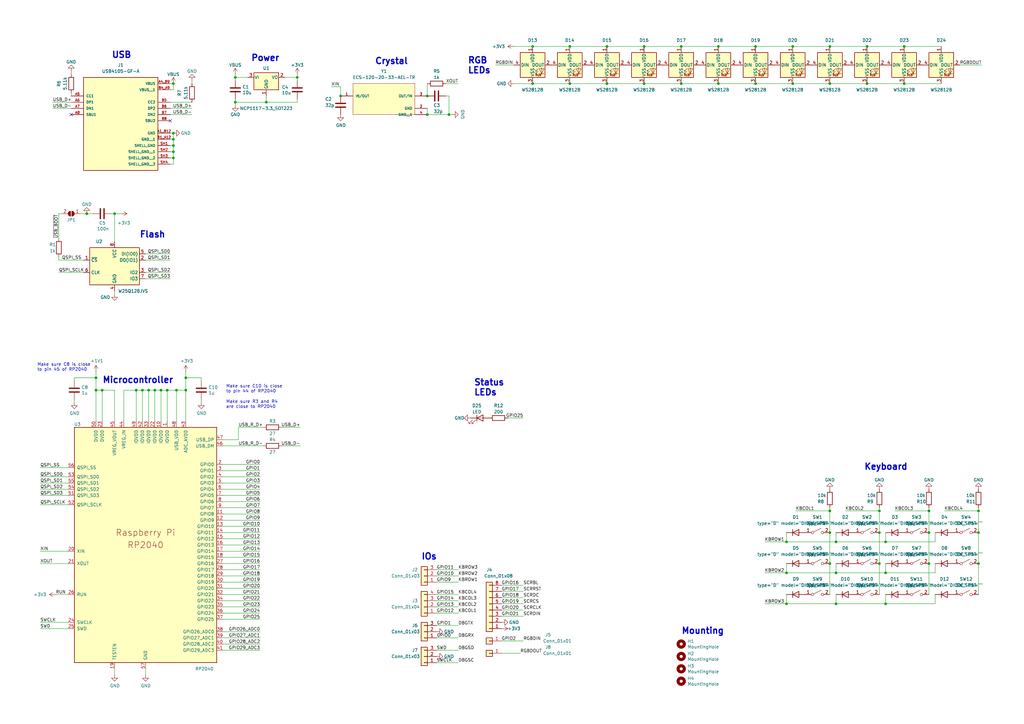
<source format=kicad_sch>
(kicad_sch (version 20211123) (generator eeschema)
  (paper "A3")
  (title_block (title "JukeBoxV5") (date "2023-12-25") (rev "REV1") (company "Friend Team Inc."))
  (junction (at 96.52 31.75))
  (junction (at 175.26 39.37))
  (junction (at 109.22 41.91))
  (junction (at 60.96 160.02))
  (junction (at 63.5 160.02))
  (junction (at 360.68 218.44))
  (junction (at 322.58 222.25))
  (junction (at 355.6 34.29))
  (junction (at 39.37 154.94))
  (junction (at 35.56 87.63))
  (junction (at 72.39 160.02))
  (junction (at 71.12 34.29))
  (junction (at 355.6 19.05))
  (junction (at 363.22 222.25))
  (junction (at 340.36 209.55))
  (junction (at 248.92 19.05))
  (junction (at 175.26 46.99))
  (junction (at 71.12 64.77))
  (junction (at 381 218.44))
  (junction (at 264.16 34.29))
  (junction (at 218.44 34.29))
  (junction (at 139.7 39.37))
  (junction (at 248.92 34.29))
  (junction (at 233.68 34.29))
  (junction (at 58.42 160.02))
  (junction (at 121.92 31.75))
  (junction (at 71.12 54.61))
  (junction (at 71.12 59.69))
  (junction (at 363.22 234.95))
  (junction (at 363.22 247.65))
  (junction (at 322.58 247.65))
  (junction (at 342.9 234.95))
  (junction (at 381 231.14))
  (junction (at 39.37 160.02))
  (junction (at 401.32 231.14))
  (junction (at 325.12 19.05))
  (junction (at 340.36 231.14))
  (junction (at 370.84 34.29))
  (junction (at 340.36 34.29))
  (junction (at 71.12 57.15))
  (junction (at 309.88 19.05))
  (junction (at 55.88 160.02))
  (junction (at 325.12 34.29))
  (junction (at 68.58 160.02))
  (junction (at 71.12 62.23))
  (junction (at 233.68 19.05))
  (junction (at 294.64 34.29))
  (junction (at 66.04 160.02))
  (junction (at 46.99 87.63))
  (junction (at 96.52 41.91))
  (junction (at 218.44 19.05))
  (junction (at 184.15 46.99))
  (junction (at 360.68 231.14))
  (junction (at 342.9 247.65))
  (junction (at 279.4 19.05))
  (junction (at 294.64 19.05))
  (junction (at 342.9 222.25))
  (junction (at 76.2 154.94))
  (junction (at 41.91 160.02))
  (junction (at 401.32 209.55))
  (junction (at 370.84 19.05))
  (junction (at 309.88 34.29))
  (junction (at 360.68 209.55))
  (junction (at 340.36 218.44))
  (junction (at 340.36 19.05))
  (junction (at 279.4 34.29))
  (junction (at 322.58 234.95))
  (junction (at 76.2 160.02))
  (junction (at 381 209.55))
  (junction (at 264.16 19.05))
  (junction (at 401.32 218.44))
  (no_connect (at 29.21 46.99))
  (no_connect (at 69.85 49.53))
  (wire (pts (xy 33.02 87.63) (xy 35.56 87.63)))
  (wire (pts (xy 91.44 198.12) (xy 106.68 198.12)))
  (wire (pts (xy 340.36 209.55) (xy 340.36 218.44)))
  (wire (pts (xy 96.52 33.02) (xy 96.52 31.75)))
  (wire (pts (xy 66.04 172.72) (xy 66.04 160.02)))
  (wire (pts (xy 383.54 231.14) (xy 383.54 234.95)))
  (wire (pts (xy 46.99 160.02) (xy 41.91 160.02)))
  (wire (pts (xy 41.91 172.72) (xy 41.91 160.02)))
  (wire (pts (xy 91.44 233.68) (xy 106.68 233.68)))
  (wire (pts (xy 91.44 246.38) (xy 106.68 246.38)))
  (wire (pts (xy 39.37 154.94) (xy 39.37 160.02)))
  (wire (pts (xy 184.15 46.99) (xy 185.42 46.99)))
  (wire (pts (xy 91.44 254) (xy 106.68 254)))
  (wire (pts (xy 24.13 87.63) (xy 24.13 97.79)))
  (wire (pts (xy 179.07 261.62) (xy 187.96 261.62)))
  (wire (pts (xy 78.74 34.29) (xy 78.74 33.02)))
  (wire (pts (xy 96.52 40.64) (xy 96.52 41.91)))
  (wire (pts (xy 264.16 34.29) (xy 279.4 34.29)))
  (wire (pts (xy 16.51 198.12) (xy 27.94 198.12)))
  (wire (pts (xy 115.57 182.88) (xy 123.19 182.88)))
  (wire (pts (xy 309.88 19.05) (xy 325.12 19.05)))
  (wire (pts (xy 342.9 222.25) (xy 363.22 222.25)))
  (wire (pts (xy 46.99 87.63) (xy 46.99 99.06)))
  (wire (pts (xy 21.59 41.91) (xy 29.21 41.91)))
  (wire (pts (xy 59.69 274.32) (xy 59.69 276.86)))
  (wire (pts (xy 360.68 208.28) (xy 360.68 209.55)))
  (wire (pts (xy 27.94 231.14) (xy 16.51 231.14)))
  (wire (pts (xy 322.58 231.14) (xy 322.58 234.95)))
  (wire (pts (xy 401.32 208.28) (xy 401.32 209.55)))
  (wire (pts (xy 175.26 46.99) (xy 184.15 46.99)))
  (wire (pts (xy 58.42 160.02) (xy 60.96 160.02)))
  (wire (pts (xy 91.44 182.88) (xy 107.95 182.88)))
  (wire (pts (xy 91.44 261.62) (xy 106.68 261.62)))
  (wire (pts (xy 91.44 264.16) (xy 106.68 264.16)))
  (wire (pts (xy 360.68 209.55) (xy 360.68 218.44)))
  (wire (pts (xy 179.07 238.76) (xy 187.96 238.76)))
  (wire (pts (xy 71.12 57.15) (xy 71.12 59.69)))
  (wire (pts (xy 68.58 160.02) (xy 72.39 160.02)))
  (wire (pts (xy 91.44 236.22) (xy 106.68 236.22)))
  (wire (pts (xy 55.88 172.72) (xy 55.88 160.02)))
  (wire (pts (xy 24.13 105.41) (xy 24.13 106.68)))
  (wire (pts (xy 30.48 163.83) (xy 30.48 165.1)))
  (wire (pts (xy 360.68 231.14) (xy 360.68 243.84)))
  (wire (pts (xy 16.51 203.2) (xy 27.94 203.2)))
  (wire (pts (xy 27.94 207.01) (xy 16.51 207.01)))
  (wire (pts (xy 367.03 209.55) (xy 381 209.55)))
  (wire (pts (xy 91.44 228.6) (xy 106.68 228.6)))
  (wire (pts (xy 91.44 200.66) (xy 106.68 200.66)))
  (wire (pts (xy 381 231.14) (xy 381 243.84)))
  (wire (pts (xy 63.5 172.72) (xy 63.5 160.02)))
  (wire (pts (xy 233.68 19.05) (xy 248.92 19.05)))
  (wire (pts (xy 38.1 87.63) (xy 35.56 87.63)))
  (wire (pts (xy 71.12 36.83) (xy 71.12 34.29)))
  (wire (pts (xy 82.55 163.83) (xy 82.55 165.1)))
  (wire (pts (xy 342.9 218.44) (xy 342.9 222.25)))
  (wire (pts (xy 218.44 19.05) (xy 233.68 19.05)))
  (wire (pts (xy 322.58 218.44) (xy 322.58 222.25)))
  (wire (pts (xy 370.84 19.05) (xy 386.08 19.05)))
  (wire (pts (xy 205.74 245.11) (xy 214.63 245.11)))
  (wire (pts (xy 71.12 34.29) (xy 69.85 34.29)))
  (wire (pts (xy 325.12 19.05) (xy 340.36 19.05)))
  (wire (pts (xy 179.07 251.46) (xy 187.96 251.46)))
  (wire (pts (xy 72.39 172.72) (xy 72.39 160.02)))
  (wire (pts (xy 27.94 255.27) (xy 16.51 255.27)))
  (wire (pts (xy 39.37 160.02) (xy 39.37 172.72)))
  (wire (pts (xy 59.69 106.68) (xy 69.85 106.68)))
  (wire (pts (xy 387.35 209.55) (xy 401.32 209.55)))
  (wire (pts (xy 24.13 111.76) (xy 34.29 111.76)))
  (wire (pts (xy 39.37 152.4) (xy 39.37 154.94)))
  (wire (pts (xy 342.9 234.95) (xy 363.22 234.95)))
  (wire (pts (xy 46.99 172.72) (xy 46.99 160.02)))
  (wire (pts (xy 91.44 208.28) (xy 106.68 208.28)))
  (wire (pts (xy 59.69 104.14) (xy 69.85 104.14)))
  (wire (pts (xy 91.44 205.74) (xy 106.68 205.74)))
  (wire (pts (xy 71.12 59.69) (xy 71.12 62.23)))
  (wire (pts (xy 91.44 259.08) (xy 106.68 259.08)))
  (wire (pts (xy 279.4 19.05) (xy 294.64 19.05)))
  (wire (pts (xy 27.94 243.84) (xy 22.86 243.84)))
  (wire (pts (xy 101.6 31.75) (xy 96.52 31.75)))
  (wire (pts (xy 91.44 190.5) (xy 106.68 190.5)))
  (wire (pts (xy 59.69 111.76) (xy 69.85 111.76)))
  (wire (pts (xy 109.22 41.91) (xy 96.52 41.91)))
  (wire (pts (xy 91.44 231.14) (xy 106.68 231.14)))
  (wire (pts (xy 340.36 231.14) (xy 340.36 243.84)))
  (wire (pts (xy 59.69 114.3) (xy 69.85 114.3)))
  (wire (pts (xy 342.9 243.84) (xy 342.9 247.65)))
  (wire (pts (xy 179.07 256.54) (xy 187.96 256.54)))
  (wire (pts (xy 346.71 209.55) (xy 360.68 209.55)))
  (wire (pts (xy 135.89 35.56) (xy 139.7 35.56)))
  (wire (pts (xy 179.07 236.22) (xy 187.96 236.22)))
  (wire (pts (xy 322.58 234.95) (xy 342.9 234.95)))
  (wire (pts (xy 91.44 215.9) (xy 106.68 215.9)))
  (wire (pts (xy 50.8 172.72) (xy 50.8 160.02)))
  (wire (pts (xy 91.44 248.92) (xy 106.68 248.92)))
  (wire (pts (xy 248.92 34.29) (xy 264.16 34.29)))
  (wire (pts (xy 63.5 160.02) (xy 66.04 160.02)))
  (wire (pts (xy 175.26 34.29) (xy 175.26 39.37)))
  (wire (pts (xy 208.28 171.45) (xy 214.63 171.45)))
  (wire (pts (xy 91.44 210.82) (xy 106.68 210.82)))
  (wire (pts (xy 279.4 34.29) (xy 294.64 34.29)))
  (wire (pts (xy 363.22 222.25) (xy 383.54 222.25)))
  (wire (pts (xy 175.26 44.45) (xy 175.26 46.99)))
  (wire (pts (xy 58.42 172.72) (xy 58.42 160.02)))
  (wire (pts (xy 401.32 209.55) (xy 401.32 218.44)))
  (wire (pts (xy 69.85 46.99) (xy 78.74 46.99)))
  (wire (pts (xy 363.22 243.84) (xy 363.22 247.65)))
  (wire (pts (xy 179.07 266.7) (xy 187.96 266.7)))
  (wire (pts (xy 363.22 247.65) (xy 383.54 247.65)))
  (wire (pts (xy 91.44 218.44) (xy 106.68 218.44)))
  (wire (pts (xy 55.88 160.02) (xy 58.42 160.02)))
  (wire (pts (xy 69.85 44.45) (xy 78.74 44.45)))
  (wire (pts (xy 91.44 220.98) (xy 106.68 220.98)))
  (wire (pts (xy 69.85 62.23) (xy 71.12 62.23)))
  (wire (pts (xy 97.79 175.26) (xy 97.79 180.34)))
  (wire (pts (xy 322.58 243.84) (xy 322.58 247.65)))
  (wire (pts (xy 91.44 238.76) (xy 106.68 238.76)))
  (wire (pts (xy 16.51 195.58) (xy 27.94 195.58)))
  (wire (pts (xy 233.68 34.29) (xy 248.92 34.29)))
  (wire (pts (xy 34.29 106.68) (xy 24.13 106.68)))
  (wire (pts (xy 205.74 242.57) (xy 214.63 242.57)))
  (wire (pts (xy 116.84 31.75) (xy 121.92 31.75)))
  (wire (pts (xy 309.88 34.29) (xy 325.12 34.29)))
  (wire (pts (xy 97.79 175.26) (xy 107.95 175.26)))
  (wire (pts (xy 27.94 191.77) (xy 16.51 191.77)))
  (wire (pts (xy 96.52 30.48) (xy 96.52 31.75)))
  (wire (pts (xy 115.57 175.26) (xy 123.19 175.26)))
  (wire (pts (xy 91.44 213.36) (xy 106.68 213.36)))
  (wire (pts (xy 322.58 247.65) (xy 342.9 247.65)))
  (wire (pts (xy 71.12 67.31) (xy 69.85 67.31)))
  (wire (pts (xy 322.58 222.25) (xy 342.9 222.25)))
  (wire (pts (xy 91.44 243.84) (xy 106.68 243.84)))
  (wire (pts (xy 355.6 19.05) (xy 370.84 19.05)))
  (wire (pts (xy 121.92 31.75) (xy 121.92 33.02)))
  (wire (pts (xy 66.04 160.02) (xy 68.58 160.02)))
  (wire (pts (xy 363.22 231.14) (xy 363.22 234.95)))
  (wire (pts (xy 60.96 172.72) (xy 60.96 160.02)))
  (wire (pts (xy 401.32 218.44) (xy 401.32 231.14)))
  (wire (pts (xy 383.54 218.44) (xy 383.54 222.25)))
  (wire (pts (xy 69.85 41.91) (xy 78.74 41.91)))
  (wire (pts (xy 71.12 54.61) (xy 71.12 57.15)))
  (wire (pts (xy 121.92 40.64) (xy 121.92 41.91)))
  (wire (pts (xy 393.7 26.67) (xy 402.59 26.67)))
  (wire (pts (xy 205.74 250.19) (xy 214.63 250.19)))
  (wire (pts (xy 340.36 19.05) (xy 355.6 19.05)))
  (wire (pts (xy 179.07 233.68) (xy 187.96 233.68)))
  (wire (pts (xy 29.21 29.21) (xy 29.21 30.48)))
  (wire (pts (xy 76.2 154.94) (xy 82.55 154.94)))
  (wire (pts (xy 203.2 26.67) (xy 210.82 26.67)))
  (wire (pts (xy 179.07 271.78) (xy 187.96 271.78)))
  (wire (pts (xy 381 208.28) (xy 381 209.55)))
  (wire (pts (xy 69.85 64.77) (xy 71.12 64.77)))
  (wire (pts (xy 21.59 44.45) (xy 29.21 44.45)))
  (wire (pts (xy 109.22 39.37) (xy 109.22 41.91)))
  (wire (pts (xy 30.48 156.21) (xy 30.48 154.94)))
  (wire (pts (xy 401.32 231.14) (xy 401.32 243.84)))
  (wire (pts (xy 91.44 193.04) (xy 106.68 193.04)))
  (wire (pts (xy 370.84 34.29) (xy 386.08 34.29)))
  (wire (pts (xy 16.51 226.06) (xy 27.94 226.06)))
  (wire (pts (xy 205.74 247.65) (xy 214.63 247.65)))
  (wire (pts (xy 49.53 87.63) (xy 46.99 87.63)))
  (wire (pts (xy 60.96 160.02) (xy 63.5 160.02)))
  (wire (pts (xy 363.22 234.95) (xy 383.54 234.95)))
  (wire (pts (xy 355.6 34.29) (xy 370.84 34.29)))
  (wire (pts (xy 294.64 34.29) (xy 309.88 34.29)))
  (wire (pts (xy 139.7 39.37) (xy 139.7 35.56)))
  (wire (pts (xy 205.74 262.89) (xy 214.63 262.89)))
  (wire (pts (xy 121.92 30.48) (xy 121.92 31.75)))
  (wire (pts (xy 381 209.55) (xy 381 218.44)))
  (wire (pts (xy 218.44 34.29) (xy 233.68 34.29)))
  (wire (pts (xy 210.82 19.05) (xy 218.44 19.05)))
  (wire (pts (xy 91.44 251.46) (xy 106.68 251.46)))
  (wire (pts (xy 205.74 240.03) (xy 214.63 240.03)))
  (wire (pts (xy 91.44 241.3) (xy 106.68 241.3)))
  (wire (pts (xy 326.39 209.55) (xy 340.36 209.55)))
  (wire (pts (xy 29.21 38.1) (xy 29.21 39.37)))
  (wire (pts (xy 383.54 243.84) (xy 383.54 247.65)))
  (wire (pts (xy 69.85 36.83) (xy 71.12 36.83)))
  (wire (pts (xy 363.22 218.44) (xy 363.22 222.25)))
  (wire (pts (xy 313.69 222.25) (xy 322.58 222.25)))
  (wire (pts (xy 205.74 252.73) (xy 214.63 252.73)))
  (wire (pts (xy 91.44 203.2) (xy 106.68 203.2)))
  (wire (pts (xy 264.16 19.05) (xy 279.4 19.05)))
  (wire (pts (xy 68.58 160.02) (xy 68.58 172.72)))
  (wire (pts (xy 30.48 154.94) (xy 39.37 154.94)))
  (wire (pts (xy 91.44 195.58) (xy 106.68 195.58)))
  (wire (pts (xy 179.07 246.38) (xy 187.96 246.38)))
  (wire (pts (xy 342.9 231.14) (xy 342.9 234.95)))
  (wire (pts (xy 71.12 64.77) (xy 71.12 67.31)))
  (wire (pts (xy 91.44 180.34) (xy 97.79 180.34)))
  (wire (pts (xy 24.13 87.63) (xy 25.4 87.63)))
  (wire (pts (xy 360.68 218.44) (xy 360.68 231.14)))
  (wire (pts (xy 91.44 223.52) (xy 106.68 223.52)))
  (wire (pts (xy 325.12 34.29) (xy 340.36 34.29)))
  (wire (pts (xy 342.9 247.65) (xy 363.22 247.65)))
  (wire (pts (xy 46.99 119.38) (xy 46.99 120.65)))
  (wire (pts (xy 76.2 152.4) (xy 76.2 154.94)))
  (wire (pts (xy 72.39 160.02) (xy 76.2 160.02)))
  (wire (pts (xy 381 218.44) (xy 381 231.14)))
  (wire (pts (xy 71.12 62.23) (xy 71.12 64.77)))
  (wire (pts (xy 45.72 87.63) (xy 46.99 87.63)))
  (wire (pts (xy 50.8 160.02) (xy 55.88 160.02)))
  (wire (pts (xy 16.51 200.66) (xy 27.94 200.66)))
  (wire (pts (xy 91.44 226.06) (xy 106.68 226.06)))
  (wire (pts (xy 82.55 156.21) (xy 82.55 154.94)))
  (wire (pts (xy 69.85 57.15) (xy 71.12 57.15)))
  (wire (pts (xy 340.36 34.29) (xy 355.6 34.29)))
  (wire (pts (xy 179.07 243.84) (xy 187.96 243.84)))
  (wire (pts (xy 184.15 39.37) (xy 184.15 46.99)))
  (wire (pts (xy 76.2 154.94) (xy 76.2 160.02)))
  (wire (pts (xy 76.2 160.02) (xy 76.2 172.72)))
  (wire (pts (xy 340.36 218.44) (xy 340.36 231.14)))
  (wire (pts (xy 121.92 41.91) (xy 109.22 41.91)))
  (wire (pts (xy 69.85 59.69) (xy 71.12 59.69)))
  (wire (pts (xy 313.69 234.95) (xy 322.58 234.95)))
  (wire (pts (xy 91.44 266.7) (xy 106.68 266.7)))
  (wire (pts (xy 210.82 34.29) (xy 218.44 34.29)))
  (wire (pts (xy 96.52 41.91) (xy 96.52 43.18)))
  (wire (pts (xy 248.92 19.05) (xy 264.16 19.05)))
  (wire (pts (xy 179.07 248.92) (xy 187.96 248.92)))
  (wire (pts (xy 41.91 160.02) (xy 39.37 160.02)))
  (wire (pts (xy 69.85 54.61) (xy 71.12 54.61)))
  (wire (pts (xy 340.36 208.28) (xy 340.36 209.55)))
  (wire (pts (xy 182.88 34.29) (xy 187.96 34.29)))
  (wire (pts (xy 313.69 247.65) (xy 322.58 247.65)))
  (wire (pts (xy 205.74 267.97) (xy 213.36 267.97)))
  (wire (pts (xy 294.64 19.05) (xy 309.88 19.05)))
  (wire (pts (xy 27.94 257.81) (xy 16.51 257.81)))
  (wire (pts (xy 46.99 274.32) (xy 46.99 276.86)))
  (wire (pts (xy 182.88 39.37) (xy 184.15 39.37)))
  (text "Make sure C10 is close\nto pin 44 of RP2040" (at 92.71 161.29 0) (effects (font (size 1.27 1.27)) (justify left bottom)))
  (text "Make sure C8 is close\nto pin 45 of RP2040" (at 15.24 152.4 0) (effects (font (size 1.27 1.27)) (justify left bottom)))
  (text "Mounting" (at 279.4 260.35 0) (effects (font (size 2.54 2.54) (thickness 0.508) bold) (justify left bottom)))
  (text "Flash" (at 57.15 97.79 0) (effects (font (size 2.54 2.54) (thickness 0.508) bold) (justify left bottom)))
  (text "IOs" (at 172.72 229.87 0) (effects (font (size 2.54 2.54) (thickness 0.508) bold) (justify left bottom)))
  (text "Keyboard" (at 354.33 193.04 0) (effects (font (size 2.54 2.54) (thickness 0.508) bold) (justify left bottom)))
  (text "USB" (at 45.72 24.13 0) (effects (font (size 2.54 2.54) (thickness 0.508) bold) (justify left bottom)))
  (text "Make sure R3 and R4\nare close to RP2040" (at 92.71 167.64 0) (effects (font (size 1.27 1.27)) (justify left bottom)))
  (text "RGB\nLEDs" (at 191.77 30.48 0) (effects (font (size 2.54 2.54) (thickness 0.508) bold) (justify left bottom)))
  (text "Power" (at 102.87 25.4 0) (effects (font (size 2.54 2.54) (thickness 0.508) bold) (justify left bottom)))
  (text "Crystal" (at 153.67 26.67 0) (effects (font (size 2.54 2.54) (thickness 0.508) bold) (justify left bottom)))
  (text "Microcontroller" (at 41.91 157.48 0) (effects (font (size 2.54 2.54) (thickness 0.508) bold) (justify left bottom)))
  (text "Status\nLEDs" (at 194.31 162.56 0) (effects (font (size 2.54 2.54) (thickness 0.508) bold) (justify left bottom)))
  (label "GPIO10" (at 179.07 236.22 0))
  (label "USB_D-" (at 78.74 46.99 180))
  (label "KBROW3" (at 313.69 247.65 0))
  (label "GPIO4" (at 106.68 200.66 180))
  (label "GPIO1" (at 106.68 193.04 180))
  (label "RGBDIN" (at 214.63 262.89 0))
  (label "RGBDOUT" (at 402.59 26.67 180))
  (label "SWCLK" (at 16.51 255.27 0))
  (label "GPIO15" (at 106.68 228.6 180))
  (label "DBGSD" (at 187.96 266.7 0))
  (label "QSPI_SD1" (at 69.85 106.68 180))
  (label "DBGSC" (at 187.96 271.78 0))
  (label "GPIO29_ADC3" (at 106.68 266.7 180))
  (label "QSPI_SD2" (at 69.85 111.76 180))
  (label "XIN" (at 16.51 226.06 0))
  (label "USB_D+" (at 78.74 44.45 180))
  (label "XOUT" (at 187.96 34.29 180))
  (label "RGBDIN" (at 203.2 26.67 0))
  (label "QSPI_SS" (at 16.51 191.77 0))
  (label "KBROW2" (at 313.69 234.95 0))
  (label "GPIO18" (at 205.74 245.11 0))
  (label "GPIO20" (at 205.74 250.19 0))
  (label "GPIO19" (at 106.68 238.76 180))
  (label "GPIO9" (at 106.68 213.36 180))
  (label "GPIO0" (at 106.68 190.5 180))
  (label "GPIO5" (at 106.68 203.2 180))
  (label "GPIO0" (at 179.07 261.62 0))
  (label "SCRCLK" (at 214.63 250.19 0))
  (label "GPIO7" (at 106.68 208.28 180))
  (label "USB_D-" (at 123.19 182.88 180))
  (label "GPIO14" (at 179.07 246.38 0))
  (label "QSPI_SCLK" (at 16.51 207.01 0))
  (label "GPIO13" (at 179.07 248.92 0))
  (label "SCRDIN" (at 214.63 252.73 0))
  (label "KBCOL1" (at 326.39 209.55 0))
  (label "KBCOL4" (at 387.35 209.55 0))
  (label "QSPI_SD0" (at 69.85 104.14 180))
  (label "GPIO12" (at 179.07 251.46 0))
  (label "GPIO10" (at 106.68 215.9 180))
  (label "DBGTX" (at 187.96 256.54 0))
  (label "GPIO28_ADC2" (at 106.68 264.16 180))
  (label "KBROW3" (at 187.96 233.68 0))
  (label "~{USB_BOOT}" (at 24.13 97.79 90))
  (label "SCRDC" (at 214.63 245.11 0))
  (label "QSPI_SCLK" (at 24.13 111.76 0))
  (label "KBROW1" (at 313.69 222.25 0))
  (label "GPIO24" (at 106.68 251.46 180))
  (label "GPIO16" (at 205.74 240.03 0))
  (label "GPIO17" (at 106.68 233.68 180))
  (label "GPIO20" (at 106.68 241.3 180))
  (label "KBROW2" (at 187.96 236.22 0))
  (label "KBCOL2" (at 187.96 248.92 0))
  (label "GPIO26_ADC0" (at 106.68 259.08 180))
  (label "USB_R_D-" (at 97.79 182.88 0))
  (label "QSPI_SD1" (at 16.51 198.12 0))
  (label "GPIO11" (at 179.07 233.68 0))
  (label "KBCOL2" (at 346.71 209.55 0))
  (label "USB_D+" (at 21.59 41.91 0))
  (label "QSPI_SS" (at 25.4 106.68 0))
  (label "USB_R_D+" (at 97.79 175.26 0))
  (label "USB_D-" (at 21.59 44.45 0))
  (label "GPIO16" (at 106.68 231.14 180))
  (label "GPIO25" (at 214.63 171.45 180))
  (label "XOUT" (at 16.51 231.14 0))
  (label "USB_D+" (at 123.19 175.26 180))
  (label "SCRBL" (at 214.63 240.03 0))
  (label "GPIO13" (at 106.68 223.52 180))
  (label "GPIO14" (at 106.68 226.06 180))
  (label "KBROW1" (at 187.96 238.76 0))
  (label "SCRCS" (at 214.63 247.65 0))
  (label "SWD" (at 179.07 266.7 0))
  (label "GPIO2" (at 106.68 195.58 180))
  (label "GPIO21" (at 106.68 243.84 180))
  (label "GPIO23" (at 106.68 248.92 180))
  (label "GPIO18" (at 106.68 236.22 180))
  (label "GPIO21" (at 205.74 252.73 0))
  (label "GPIO22" (at 106.68 246.38 180))
  (label "QSPI_SD3" (at 69.85 114.3 180))
  (label "SWD" (at 16.51 257.81 0))
  (label "RGBDOUT" (at 213.36 267.97 0))
  (label "GPIO12" (at 106.68 220.98 180))
  (label "GPIO9" (at 179.07 238.76 0))
  (label "GPIO3" (at 106.68 198.12 180))
  (label "GPIO27_ADC1" (at 106.68 261.62 180))
  (label "GPIO19" (at 205.74 247.65 0))
  (label "SWCLK" (at 179.07 271.78 0))
  (label "GPIO15" (at 179.07 243.84 0))
  (label "SCRRST" (at 214.63 242.57 0))
  (label "GPIO6" (at 106.68 205.74 180))
  (label "QSPI_SD0" (at 16.51 195.58 0))
  (label "GPIO1" (at 179.07 256.54 0))
  (label "GPIO11" (at 106.68 218.44 180))
  (label "RUN" (at 22.86 243.84 0))
  (label "KBCOL4" (at 187.96 243.84 0))
  (label "GPIO25" (at 106.68 254 180))
  (label "XIN" (at 135.89 35.56 0))
  (label "DBGRX" (at 187.96 261.62 0))
  (label "KBCOL3" (at 367.03 209.55 0))
  (label "KBCOL3" (at 187.96 246.38 0))
  (label "QSPI_SD3" (at 16.51 203.2 0))
  (label "QSPI_SD2" (at 16.51 200.66 0))
  (label "GPIO17" (at 205.74 242.57 0))
  (label "GPIO8" (at 106.68 210.82 180))
  (label "GPIO2" (at 205.74 262.89 0))
  (label "KBCOL1" (at 187.96 251.46 0))
  (symbol (lib_id "MCU_RaspberryPi_RP2040:RP2040") (at 59.69 223.52 0) (unit 1)
    (property "Reference" "U3" (at 31.75 173.99 0))
    (property "Value" "RP2040" (at 83.82 274.32 0))
    (property "Footprint" "RP2040_minimal:RP2040-QFN-56" (effects hide))
  )
  (symbol (lib_id "Device:C") (at 139.7 43.18 0) (unit 1)
    (property "Reference" "C2" (at 133.35 40.64 0) (effects (justify left)))
    (property "Value" "32p" (at 133.35 43.18 0) (effects (justify left)))
    (property "Footprint" "Capacitor_SMD:C_0805_2012Metric_Pad1.18x1.45mm_HandSolder" (effects hide))
  )
  (symbol (lib_id "Device:C") (at 179.07 39.37 270) (unit 1)
    (property "Reference" "C3" (at 177.8 43.18 90) (effects (justify left)))
    (property "Value" "32p" (at 177.8 45.72 90) (effects (justify left)))
    (property "Footprint" "Capacitor_SMD:C_0805_2012Metric_Pad1.18x1.45mm_HandSolder" (effects hide))
  )
  (symbol (lib_id "power:GND") (at 139.7 46.99 0) (unit 1)
    (property "Reference" "#PWR06" (effects hide))
    (property "Value" "GND" (at 139.827 51.3842 0))
  )
  (symbol (lib_id "Memory_Flash:W25Q128JVS") (at 46.99 109.22 0) (unit 1)
    (property "Reference" "U2" (at 40.64 99.06 0))
    (property "Value" "W25Q128JVS" (at 54.61 119.38 0))
    (property "Footprint" "Package_SO:SOIC-8_3.9x4.9mm_P1.27mm" (effects hide))
    (property "Datasheet" "http://www.winbond.com/resource-files/w25q128jv_dtr%20revc%2003272018%20plus.pdf" (effects hide))
  )
  (symbol (lib_id "power:+3V3") (at 49.53 87.63 270) (unit 1)
    (property "Reference" "#PWR07" (effects hide))
    (property "Value" "+3V3" (at 50.8 91.44 90))
  )
  (symbol (lib_id "power:GND") (at 46.99 120.65 0) (unit 1)
    (property "Reference" "#PWR08" (effects hide))
    (property "Value" "GND" (at 43.18 121.92 0))
  )
  (symbol (lib_id "Device:R") (at 24.13 101.6 0) (unit 1)
    (property "Reference" "R1" (at 21.59 100.33 0))
    (property "Value" "1k" (at 21.59 102.87 0))
    (property "Footprint" "Resistor_SMD:R_0805_2012Metric_Pad1.20x1.40mm_HandSolder" (effects hide))
  )
  (symbol (lib_id "Device:C") (at 41.91 87.63 270) (unit 1)
    (property "Reference" "C5" (at 40.64 91.44 90) (effects (justify left)))
    (property "Value" "100n" (at 39.751 93.853 90) (effects (justify left)))
    (property "Footprint" "Capacitor_SMD:C_0805_2012Metric_Pad1.18x1.45mm_HandSolder" (effects hide))
  )
  (symbol (lib_id "power:GND") (at 35.56 87.63 180) (unit 1)
    (property "Reference" "#PWR011" (effects hide))
    (property "Value" "GND" (at 35.56 83.82 0))
  )
  (symbol (lib_id "power:GND") (at 59.69 276.86 0) (unit 1)
    (property "Reference" "#PWR016" (effects hide))
    (property "Value" "GND" (at 59.817 281.2542 0))
  )
  (symbol (lib_id "power:GND") (at 46.99 276.86 0) (unit 1)
    (property "Reference" "#PWR015" (effects hide))
    (property "Value" "GND" (at 47.117 281.2542 0))
  )
  (symbol (lib_id "power:+3V3") (at 76.2 152.4 0) (unit 1)
    (property "Reference" "#PWR017" (effects hide))
    (property "Value" "+3V3" (at 76.581 148.0058 0))
  )
  (symbol (lib_id "power:+1V1") (at 39.37 152.4 0) (unit 1)
    (property "Reference" "#PWR014" (effects hide))
    (property "Value" "+1V1" (at 39.751 148.0058 0))
  )
  (symbol (lib_id "Device:C") (at 30.48 160.02 0) (unit 1)
    (property "Reference" "C8" (at 33.401 158.8516 0) (effects (justify left)))
    (property "Value" "1u" (at 33.401 161.163 0) (effects (justify left)))
    (property "Footprint" "Capacitor_SMD:C_0805_2012Metric_Pad1.18x1.45mm_HandSolder" (effects hide))
  )
  (symbol (lib_id "Device:C") (at 82.55 160.02 0) (unit 1)
    (property "Reference" "C10" (at 85.471 158.8516 0) (effects (justify left)))
    (property "Value" "1u" (at 85.471 161.163 0) (effects (justify left)))
    (property "Footprint" "Capacitor_SMD:C_0805_2012Metric_Pad1.18x1.45mm_HandSolder" (effects hide))
  )
  (symbol (lib_id "Mechanical:MountingHole") (at 279.4 264.16 0) (unit 1)
    (property "Reference" "H1" (at 281.94 262.9916 0) (effects (justify left)))
    (property "Value" "MountingHole" (at 281.94 265.303 0) (effects (justify left)))
    (property "Footprint" "MountingHole:MountingHole_3.2mm_M3" (effects hide))
  )
  (symbol (lib_id "Mechanical:MountingHole") (at 279.4 269.24 0) (unit 1)
    (property "Reference" "H2" (at 281.94 268.0716 0) (effects (justify left)))
    (property "Value" "MountingHole" (at 281.94 270.383 0) (effects (justify left)))
    (property "Footprint" "MountingHole:MountingHole_3.2mm_M3" (effects hide))
  )
  (symbol (lib_id "Mechanical:MountingHole") (at 279.4 274.32 0) (unit 1)
    (property "Reference" "H3" (at 281.94 273.1516 0) (effects (justify left)))
    (property "Value" "MountingHole" (at 281.94 275.463 0) (effects (justify left)))
    (property "Footprint" "MountingHole:MountingHole_3.2mm_M3" (effects hide))
  )
  (symbol (lib_id "Mechanical:MountingHole") (at 279.4 279.4 0) (unit 1)
    (property "Reference" "H4" (at 281.94 278.2316 0) (effects (justify left)))
    (property "Value" "MountingHole" (at 281.94 280.543 0) (effects (justify left)))
    (property "Footprint" "MountingHole:MountingHole_3.2mm_M3" (effects hide))
  )
  (symbol (lib_id "power:GND") (at 30.48 165.1 0) (unit 1)
    (property "Reference" "#PWR013" (effects hide))
    (property "Value" "GND" (at 30.607 169.4942 0))
  )
  (symbol (lib_id "power:GND") (at 82.55 165.1 0) (unit 1)
    (property "Reference" "#PWR018" (effects hide))
    (property "Value" "GND" (at 82.677 169.4942 0))
  )
  (symbol (lib_id "Regulator_Linear:NCP1117-3.3_SOT223") (at 109.22 31.75 0) (unit 1)
    (property "Reference" "U1" (at 109.22 27.94 0))
    (property "Value" "NCP1117-3.3_SOT223" (at 109.22 44.45 0))
    (property "Footprint" "Package_TO_SOT_SMD:SOT-223-3_TabPin2" (effects hide))
    (property "Datasheet" "http://www.onsemi.com/pub_link/Collateral/NCP1117-D.PDF" (effects hide))
  )
  (symbol (lib_id "power:GND") (at 96.52 43.18 0) (unit 1)
    (property "Reference" "#PWR05" (effects hide))
    (property "Value" "GND" (at 96.52 46.99 0))
  )
  (symbol (lib_id "power:+3V3") (at 121.92 30.48 0) (unit 1)
    (property "Reference" "#PWR09" (effects hide))
    (property "Value" "+3V3" (at 121.92 26.67 0))
  )
  (symbol (lib_id "Device:C") (at 96.52 36.83 0) (unit 1)
    (property "Reference" "C1" (at 99.441 35.6616 0) (effects (justify left)))
    (property "Value" "10u" (at 99.441 37.973 0) (effects (justify left)))
    (property "Footprint" "Capacitor_SMD:C_0805_2012Metric_Pad1.18x1.45mm_HandSolder" (effects hide))
  )
  (symbol (lib_id "Device:C") (at 121.92 36.83 0) (unit 1)
    (property "Reference" "C4" (at 115.57 35.7886 0) (effects (justify left)))
    (property "Value" "10u" (at 115.57 38.1 0) (effects (justify left)))
    (property "Footprint" "Capacitor_SMD:C_0805_2012Metric_Pad1.18x1.45mm_HandSolder" (effects hide))
  )
  (symbol (lib_id "Device:R") (at 179.07 34.29 270) (unit 1)
    (property "Reference" "R5" (at 179.07 29.21 90))
    (property "Value" "1k" (at 179.07 31.75 90))
    (property "Footprint" "Resistor_SMD:R_0805_2012Metric_Pad1.20x1.40mm_HandSolder" (effects hide))
  )
  (symbol (lib_id "Switch:SW_SPST") (at 375.92 243.84 0) (unit 1)
    (property "Reference" "SW11" (at 375.92 237.49 0))
    (property "Value" "SW_SPST" (at 375.92 240.03 0))
    (property "Footprint" "RP2040_minimal:Kailh_Choc_MX_Key" (effects hide))
  )
  (symbol (lib_id "Simulation_SPICE:DIODE") (at 367.03 231.14 180) (unit 1)
    (property "Reference" "D7" (at 367.03 224.79 0))
    (property "Value" "DIODE" (at 367.03 227.33 0))
    (property "Footprint" "Diode_SMD:D_SOD-123" (effects hide))
    (property "Spice_Netlist_Enabled" "Y" (effects hide))
    (property "Spice_Primitive" "D" (effects hide))
  )
  (symbol (lib_id "Device:R") (at 78.74 38.1 180) (unit 1)
    (property "Reference" "R7" (at 73.66 38.1 90))
    (property "Value" "5.11k" (at 76.2 38.1 90))
    (property "Footprint" "Resistor_SMD:R_0805_2012Metric_Pad1.20x1.40mm_HandSolder" (effects hide))
  )
  (symbol (lib_id "Switch:SW_SPST") (at 335.28 243.84 0) (unit 1)
    (property "Reference" "SW9" (at 335.28 237.49 0))
    (property "Value" "SW_SPST" (at 335.28 240.03 0))
    (property "Footprint" "RP2040_minimal:Kailh_Choc_MX_Key" (effects hide))
  )
  (symbol (lib_id "Jumper:SolderJumper_2_Open") (at 29.21 87.63 180) (unit 1)
    (property "Reference" "JP1" (at 29.21 90.17 0))
    (property "Value" "SolderJumper_2_Open" (effects hide))
    (property "Footprint" "Jumper:SolderJumper-2_P1.3mm_Open_RoundedPad1.0x1.5mm" (effects hide))
  )
  (symbol (lib_id "USB4105-GF-A:USB4105-GF-A") (at 49.53 44.45 0) (unit 1)
    (property "Reference" "J1" (at 49.53 26.67 0))
    (property "Value" "USB4105-GF-A" (at 49.53 29.21 0))
    (property "Footprint" "RP2040_minimal:GCT_USB4105-GF-A" (effects hide))
    (property "PARTREV" "B3" (effects hide))
    (property "MANUFACTURER" "Global Connector Technology" (effects hide))
    (property "MAXIMUM_PACKAGE_HEIGHT" "3.31mm" (effects hide))
    (property "STANDARD" "Manufacturer Recommendations" (effects hide))
  )
  (symbol (lib_id "LED:WS2812B") (at 340.36 26.67 0) (unit 1)
    (property "Reference" "D21" (at 340.36 16.51 0))
    (property "Value" "WS2812B" (at 340.36 36.83 0))
    (property "Footprint" "LED_SMD:LED_WS2812B_PLCC4_5.0x5.0mm_P3.2mm" (effects hide))
    (property "Datasheet" "https://cdn-shop.adafruit.com/datasheets/WS2812B.pdf" (effects hide))
  )
  (symbol (lib_id "Simulation_SPICE:DIODE") (at 387.35 218.44 180) (unit 1)
    (property "Reference" "D4" (at 387.35 212.09 0))
    (property "Value" "DIODE" (at 387.35 214.63 0))
    (property "Footprint" "Diode_SMD:D_SOD-123" (effects hide))
    (property "Spice_Netlist_Enabled" "Y" (effects hide))
    (property "Spice_Primitive" "D" (effects hide))
  )
  (symbol (lib_id "power:GND") (at 210.82 34.29 270) (unit 1)
    (property "Reference" "#PWR0101" (effects hide))
    (property "Value" "GND" (at 205.74 34.29 90))
  )
  (symbol (lib_id "Switch:SW_SPST") (at 396.24 231.14 0) (unit 1)
    (property "Reference" "SW8" (at 396.24 224.79 0))
    (property "Value" "SW_SPST" (at 396.24 227.33 0))
    (property "Footprint" "RP2040_minimal:Kailh_Choc_MX_Key" (effects hide))
  )
  (symbol (lib_id "Simulation_SPICE:DIODE") (at 346.71 243.84 180) (unit 1)
    (property "Reference" "D10" (at 346.71 237.49 0))
    (property "Value" "DIODE" (at 346.71 240.03 0))
    (property "Footprint" "Diode_SMD:D_SOD-123" (effects hide))
    (property "Spice_Netlist_Enabled" "Y" (effects hide))
    (property "Spice_Primitive" "D" (effects hide))
  )
  (symbol (lib_id "Device:R") (at 381 204.47 0) (unit 1)
    (property "Reference" "R10" (at 375.92 205.74 0) (effects (justify left)))
    (property "Value" "10k" (at 375.92 203.2 0) (effects (justify left)))
    (property "Footprint" "Resistor_SMD:R_0805_2012Metric_Pad1.20x1.40mm_HandSolder" (effects hide))
  )
  (symbol (lib_id "LED:WS2812B") (at 309.88 26.67 0) (unit 1)
    (property "Reference" "D19" (at 309.88 16.51 0))
    (property "Value" "WS2812B" (at 309.88 36.83 0))
    (property "Footprint" "LED_SMD:LED_WS2812B_PLCC4_5.0x5.0mm_P3.2mm" (effects hide))
    (property "Datasheet" "https://cdn-shop.adafruit.com/datasheets/WS2812B.pdf" (effects hide))
  )
  (symbol (lib_id "power:GND") (at 29.21 29.21 180) (unit 1)
    (property "Reference" "#PWR0111" (effects hide))
    (property "Value" "GND" (at 29.21 25.4 0))
  )
  (symbol (lib_id "Device:R") (at 111.76 182.88 270) (unit 1)
    (property "Reference" "R4" (at 111.76 180.34 90))
    (property "Value" "27" (at 111.76 185.42 90))
    (property "Footprint" "Resistor_SMD:R_0805_2012Metric_Pad1.20x1.40mm_HandSolder" (effects hide))
  )
  (symbol (lib_id "Device:R") (at 360.68 204.47 0) (unit 1)
    (property "Reference" "R9" (at 355.6 205.74 0) (effects (justify left)))
    (property "Value" "10k" (at 355.6 203.2 0) (effects (justify left)))
    (property "Footprint" "Resistor_SMD:R_0805_2012Metric_Pad1.20x1.40mm_HandSolder" (effects hide))
  )
  (symbol (lib_id "Device:R") (at 29.21 34.29 180) (unit 1)
    (property "Reference" "R6" (at 24.13 34.29 90))
    (property "Value" "5.11k" (at 26.67 34.29 90))
    (property "Footprint" "Resistor_SMD:R_0805_2012Metric_Pad1.20x1.40mm_HandSolder" (effects hide))
  )
  (symbol (lib_id "Connector_Generic:Conn_01x08") (at 200.66 250.19 180) (unit 1)
    (property "Reference" "J4" (at 200.66 233.68 0))
    (property "Value" "Conn_01x08" (at 204.47 236.22 0))
    (property "Footprint" "Connector_PinHeader_2.54mm:PinHeader_1x08_P2.54mm_Vertical" (effects hide))
  )
  (symbol (lib_id "Simulation_SPICE:DIODE") (at 346.71 218.44 180) (unit 1)
    (property "Reference" "D2" (at 346.71 212.09 0))
    (property "Value" "DIODE" (at 346.71 214.63 0))
    (property "Footprint" "Diode_SMD:D_SOD-123" (effects hide))
    (property "Spice_Netlist_Enabled" "Y" (effects hide))
    (property "Spice_Primitive" "D" (effects hide))
  )
  (symbol (lib_id "Device:R") (at 111.76 175.26 270) (unit 1)
    (property "Reference" "R3" (at 111.76 172.72 90))
    (property "Value" "27" (at 111.76 177.8 90))
    (property "Footprint" "Resistor_SMD:R_0805_2012Metric_Pad1.20x1.40mm_HandSolder" (effects hide))
  )
  (symbol (lib_id "Simulation_SPICE:DIODE") (at 387.35 231.14 180) (unit 1)
    (property "Reference" "D8" (at 387.35 224.79 0))
    (property "Value" "DIODE" (at 387.35 227.33 0))
    (property "Footprint" "Diode_SMD:D_SOD-123" (effects hide))
    (property "Spice_Netlist_Enabled" "Y" (effects hide))
    (property "Spice_Primitive" "D" (effects hide))
  )
  (symbol (lib_id "Switch:SW_SPST") (at 355.6 218.44 0) (unit 1)
    (property "Reference" "SW2" (at 355.6 212.09 0))
    (property "Value" "SW_SPST" (at 355.6 214.63 0))
    (property "Footprint" "RP2040_minimal:Kailh_Choc_MX_Key" (effects hide))
  )
  (symbol (lib_id "Switch:SW_SPST") (at 375.92 218.44 0) (unit 1)
    (property "Reference" "SW3" (at 375.92 212.09 0))
    (property "Value" "SW_SPST" (at 375.92 214.63 0))
    (property "Footprint" "RP2040_minimal:Kailh_Choc_MX_Key" (effects hide))
  )
  (symbol (lib_id "Switch:SW_SPST") (at 375.92 231.14 0) (unit 1)
    (property "Reference" "SW7" (at 375.92 224.79 0))
    (property "Value" "SW_SPST" (at 375.92 227.33 0))
    (property "Footprint" "RP2040_minimal:Kailh_Choc_MX_Key" (effects hide))
  )
  (symbol (lib_id "Connector_Generic:Conn_01x01") (at 200.66 262.89 180) (unit 1)
    (property "Reference" "J5" (at 224.79 260.35 0))
    (property "Value" "Conn_01x01" (at 228.6 262.89 0))
    (property "Footprint" "Connector_PinHeader_2.54mm:PinHeader_1x01_P2.54mm_Vertical" (effects hide))
  )
  (symbol (lib_id "Switch:SW_SPST") (at 355.6 231.14 0) (unit 1)
    (property "Reference" "SW6" (at 355.6 224.79 0))
    (property "Value" "SW_SPST" (at 355.6 227.33 0))
    (property "Footprint" "RP2040_minimal:Kailh_Choc_MX_Key" (effects hide))
  )
  (symbol (lib_id "LED:WS2812B") (at 264.16 26.67 0) (unit 1)
    (property "Reference" "D16" (at 264.16 16.51 0))
    (property "Value" "WS2812B" (at 264.16 36.83 0))
    (property "Footprint" "LED_SMD:LED_WS2812B_PLCC4_5.0x5.0mm_P3.2mm" (effects hide))
    (property "Datasheet" "https://cdn-shop.adafruit.com/datasheets/WS2812B.pdf" (effects hide))
  )
  (symbol (lib_id "Switch:SW_SPST") (at 396.24 218.44 0) (unit 1)
    (property "Reference" "SW4" (at 396.24 212.09 0))
    (property "Value" "SW_SPST" (at 396.24 214.63 0))
    (property "Footprint" "RP2040_minimal:Kailh_Choc_MX_Key" (effects hide))
  )
  (symbol (lib_id "Connector_Generic:Conn_01x03") (at 173.99 269.24 180) (unit 1)
    (property "Reference" "J7" (at 170.18 266.7 0))
    (property "Value" "Conn_01x03" (at 166.37 269.24 0))
    (property "Footprint" "Connector_PinHeader_2.54mm:PinHeader_1x03_P2.54mm_Vertical" (effects hide))
  )
  (symbol (lib_id "LED:WS2812B") (at 279.4 26.67 0) (unit 1)
    (property "Reference" "D17" (at 279.4 16.51 0))
    (property "Value" "WS2812B" (at 279.4 36.83 0))
    (property "Footprint" "LED_SMD:LED_WS2812B_PLCC4_5.0x5.0mm_P3.2mm" (effects hide))
    (property "Datasheet" "https://cdn-shop.adafruit.com/datasheets/WS2812B.pdf" (effects hide))
  )
  (symbol (lib_id "Connector_Generic:Conn_01x03") (at 173.99 236.22 180) (unit 1)
    (property "Reference" "J2" (at 170.18 233.68 0))
    (property "Value" "Conn_01x03" (at 166.37 236.22 0))
    (property "Footprint" "Connector_PinHeader_2.54mm:PinHeader_1x03_P2.54mm_Vertical" (effects hide))
  )
  (symbol (lib_id "power:GND") (at 179.07 259.08 90) (unit 1)
    (property "Reference" "#PWR0113" (effects hide))
    (property "Value" "GND" (at 184.15 259.08 90))
  )
  (symbol (lib_id "power:GND") (at 185.42 46.99 90) (unit 1)
    (property "Reference" "#PWR?" (effects hide))
    (property "Value" "GND" (at 189.8142 46.863 0))
  )
  (symbol (lib_id "power:+3V3") (at 210.82 19.05 90) (unit 1)
    (property "Reference" "#PWR0102" (effects hide))
    (property "Value" "+3V3" (at 204.47 19.05 90))
  )
  (symbol (lib_id "Device:R") (at 401.32 204.47 0) (unit 1)
    (property "Reference" "R11" (at 396.24 205.74 0) (effects (justify left)))
    (property "Value" "10k" (at 396.24 203.2 0) (effects (justify left)))
    (property "Footprint" "Resistor_SMD:R_0805_2012Metric_Pad1.20x1.40mm_HandSolder" (effects hide))
  )
  (symbol (lib_id "Connector_Generic:Conn_01x01") (at 200.66 267.97 180) (unit 1)
    (property "Reference" "J8" (at 224.79 265.43 0))
    (property "Value" "Conn_01x01" (at 228.6 267.97 0))
    (property "Footprint" "Connector_PinHeader_2.54mm:PinHeader_1x01_P2.54mm_Vertical" (effects hide))
  )
  (symbol (lib_id "LED:WS2812B") (at 386.08 26.67 0) (unit 1)
    (property "Reference" "D24" (at 386.08 16.51 0))
    (property "Value" "WS2812B" (at 386.08 36.83 0))
    (property "Footprint" "LED_SMD:LED_WS2812B_PLCC4_5.0x5.0mm_P3.2mm" (effects hide))
    (property "Datasheet" "https://cdn-shop.adafruit.com/datasheets/WS2812B.pdf" (effects hide))
  )
  (symbol (lib_id "LED:WS2812B") (at 370.84 26.67 0) (unit 1)
    (property "Reference" "D23" (at 370.84 16.51 0))
    (property "Value" "WS2812B" (at 370.84 36.83 0))
    (property "Footprint" "LED_SMD:LED_WS2812B_PLCC4_5.0x5.0mm_P3.2mm" (effects hide))
    (property "Datasheet" "https://cdn-shop.adafruit.com/datasheets/WS2812B.pdf" (effects hide))
  )
  (symbol (lib_id "power:GND") (at 401.32 200.66 180) (unit 1)
    (property "Reference" "#PWR0105" (effects hide))
    (property "Value" "GND" (at 401.32 196.85 0))
  )
  (symbol (lib_id "LED:WS2812B") (at 325.12 26.67 0) (unit 1)
    (property "Reference" "D20" (at 325.12 16.51 0))
    (property "Value" "WS2812B" (at 325.12 36.83 0))
    (property "Footprint" "LED_SMD:LED_WS2812B_PLCC4_5.0x5.0mm_P3.2mm" (effects hide))
    (property "Datasheet" "https://cdn-shop.adafruit.com/datasheets/WS2812B.pdf" (effects hide))
  )
  (symbol (lib_id "power:GND") (at 381 200.66 180) (unit 1)
    (property "Reference" "#PWR0107" (effects hide))
    (property "Value" "GND" (at 381 196.85 0))
  )
  (symbol (lib_id "power:+3V3") (at 205.74 257.81 270) (unit 1)
    (property "Reference" "#PWR0103" (effects hide))
    (property "Value" "+3V3" (at 210.82 257.81 90))
  )
  (symbol (lib_id "power:VBUS") (at 96.52 30.48 0) (unit 1)
    (property "Reference" "#PWR0110" (effects hide))
    (property "Value" "VBUS" (at 96.52 26.67 0))
  )
  (symbol (lib_id "power:GND") (at 179.07 269.24 90) (unit 1)
    (property "Reference" "#PWR0112" (effects hide))
    (property "Value" "GND" (at 184.15 269.24 90))
  )
  (symbol (lib_id "Switch:SW_SPST") (at 335.28 218.44 0) (unit 1)
    (property "Reference" "SW1" (at 335.28 212.09 0))
    (property "Value" "SW_SPST" (at 335.28 214.63 0))
    (property "Footprint" "RP2040_minimal:Kailh_Choc_MX_Key" (effects hide))
  )
  (symbol (lib_id "power:GND") (at 193.04 171.45 270) (unit 1)
    (property "Reference" "#PWR0114" (effects hide))
    (property "Value" "GND" (at 190.5 171.45 90) (effects (justify right)))
  )
  (symbol (lib_id "Simulation_SPICE:DIODE") (at 326.39 231.14 180) (unit 1)
    (property "Reference" "D5" (at 326.39 224.79 0))
    (property "Value" "DIODE" (at 326.39 227.33 0))
    (property "Footprint" "Diode_SMD:D_SOD-123" (effects hide))
    (property "Spice_Netlist_Enabled" "Y" (effects hide))
    (property "Spice_Primitive" "D" (effects hide))
  )
  (symbol (lib_id "power:+3V3") (at 22.86 243.84 90) (unit 1)
    (property "Reference" "#PWR0122" (effects hide))
    (property "Value" "+3V3" (at 19.05 243.8399 90) (effects (justify left)))
  )
  (symbol (lib_id "Device:R") (at 340.36 204.47 0) (unit 1)
    (property "Reference" "R8" (at 335.28 205.74 0) (effects (justify left)))
    (property "Value" "10k" (at 335.28 203.2 0) (effects (justify left)))
    (property "Footprint" "Resistor_SMD:R_0805_2012Metric_Pad1.20x1.40mm_HandSolder" (effects hide))
  )
  (symbol (lib_id "Switch:SW_SPST") (at 335.28 231.14 0) (unit 1)
    (property "Reference" "SW5" (at 335.28 224.79 0))
    (property "Value" "SW_SPST" (at 335.28 227.33 0))
    (property "Footprint" "RP2040_minimal:Kailh_Choc_MX_Key" (effects hide))
  )
  (symbol (lib_id "LED:WS2812B") (at 355.6 26.67 0) (unit 1)
    (property "Reference" "D22" (at 355.6 16.51 0))
    (property "Value" "WS2812B" (at 355.6 36.83 0))
    (property "Footprint" "LED_SMD:LED_WS2812B_PLCC4_5.0x5.0mm_P3.2mm" (effects hide))
    (property "Datasheet" "https://cdn-shop.adafruit.com/datasheets/WS2812B.pdf" (effects hide))
  )
  (symbol (lib_id "Simulation_SPICE:DIODE") (at 326.39 218.44 180) (unit 1)
    (property "Reference" "D1" (at 326.39 212.09 0))
    (property "Value" "DIODE" (at 326.39 214.63 0))
    (property "Footprint" "Diode_SMD:D_SOD-123" (effects hide))
    (property "Spice_Netlist_Enabled" "Y" (effects hide))
    (property "Spice_Primitive" "D" (effects hide))
  )
  (symbol (lib_id "LED:WS2812B") (at 218.44 26.67 0) (unit 1)
    (property "Reference" "D13" (at 218.44 16.51 0))
    (property "Value" "WS2812B" (at 218.44 36.83 0))
    (property "Footprint" "LED_SMD:LED_WS2812B_PLCC4_5.0x5.0mm_P3.2mm" (effects hide))
    (property "Datasheet" "https://cdn-shop.adafruit.com/datasheets/WS2812B.pdf" (effects hide))
  )
  (symbol (lib_id "LED:WS2812B") (at 233.68 26.67 0) (unit 1)
    (property "Reference" "D14" (at 233.68 16.51 0))
    (property "Value" "WS2812B" (at 233.68 36.83 0))
    (property "Footprint" "LED_SMD:LED_WS2812B_PLCC4_5.0x5.0mm_P3.2mm" (effects hide))
    (property "Datasheet" "https://cdn-shop.adafruit.com/datasheets/WS2812B.pdf" (effects hide))
  )
  (symbol (lib_id "power:GND") (at 78.74 33.02 180) (unit 1)
    (property "Reference" "#PWR0121" (effects hide))
    (property "Value" "GND" (at 78.74 29.21 0))
  )
  (symbol (lib_id "LED:WS2812B") (at 248.92 26.67 0) (unit 1)
    (property "Reference" "D15" (at 248.92 16.51 0))
    (property "Value" "WS2812B" (at 248.92 36.83 0))
    (property "Footprint" "LED_SMD:LED_WS2812B_PLCC4_5.0x5.0mm_P3.2mm" (effects hide))
    (property "Datasheet" "https://cdn-shop.adafruit.com/datasheets/WS2812B.pdf" (effects hide))
  )
  (symbol (lib_id "Connector_Generic:Conn_01x04") (at 173.99 248.92 180) (unit 1)
    (property "Reference" "J3" (at 170.18 246.38 0))
    (property "Value" "Conn_01x04" (at 166.37 248.92 0))
    (property "Footprint" "Connector_PinHeader_2.54mm:PinHeader_1x04_P2.54mm_Vertical" (effects hide))
  )
  (symbol (lib_id "Simulation_SPICE:DIODE") (at 326.39 243.84 180) (unit 1)
    (property "Reference" "D9" (at 326.39 237.49 0))
    (property "Value" "DIODE" (at 326.39 240.03 0))
    (property "Footprint" "Diode_SMD:D_SOD-123" (effects hide))
    (property "Spice_Netlist_Enabled" "Y" (effects hide))
    (property "Spice_Primitive" "D" (effects hide))
  )
  (symbol (lib_id "Connector_Generic:Conn_01x03") (at 173.99 259.08 180) (unit 1)
    (property "Reference" "J6" (at 170.18 256.54 0))
    (property "Value" "Conn_01x03" (at 166.37 259.08 0))
    (property "Footprint" "Connector_PinHeader_2.54mm:PinHeader_1x03_P2.54mm_Vertical" (effects hide))
  )
  (symbol (lib_id "ECS-120-20-33-AEL-TR:ECS-120-20-33-AEL-TR") (at 157.48 41.91 0) (unit 1)
    (property "Reference" "Y1" (at 157.48 29.21 0))
    (property "Value" "ECS-120-20-33-AEL-TR" (at 157.48 31.75 0))
    (property "Footprint" "RP2040_minimal:XTAL_ECS-120-20-33-AEL-TR" (effects hide))
  )
  (symbol (lib_id "Device:R") (at 204.47 171.45 270) (unit 1)
    (property "Reference" "R12" (at 204.47 166.37 90))
    (property "Value" "200" (at 204.47 168.91 90))
    (property "Footprint" "Resistor_SMD:R_0805_2012Metric_Pad1.20x1.40mm_HandSolder" (effects hide))
  )
  (symbol (lib_id "Simulation_SPICE:DIODE") (at 367.03 243.84 180) (unit 1)
    (property "Reference" "D11" (at 367.03 237.49 0))
    (property "Value" "DIODE" (at 367.03 240.03 0))
    (property "Footprint" "Diode_SMD:D_SOD-123" (effects hide))
    (property "Spice_Netlist_Enabled" "Y" (effects hide))
    (property "Spice_Primitive" "D" (effects hide))
  )
  (symbol (lib_id "power:GND") (at 205.74 255.27 90) (unit 1)
    (property "Reference" "#PWR0104" (effects hide))
    (property "Value" "GND" (at 210.82 255.27 90))
  )
  (symbol (lib_id "LED:WS2812B") (at 294.64 26.67 0) (unit 1)
    (property "Reference" "D18" (at 294.64 16.51 0))
    (property "Value" "WS2812B" (at 294.64 36.83 0))
    (property "Footprint" "LED_SMD:LED_WS2812B_PLCC4_5.0x5.0mm_P3.2mm" (effects hide))
    (property "Datasheet" "https://cdn-shop.adafruit.com/datasheets/WS2812B.pdf" (effects hide))
  )
  (symbol (lib_id "Simulation_SPICE:DIODE") (at 346.71 231.14 180) (unit 1)
    (property "Reference" "D6" (at 346.71 224.79 0))
    (property "Value" "DIODE" (at 346.71 227.33 0))
    (property "Footprint" "Diode_SMD:D_SOD-123" (effects hide))
    (property "Spice_Netlist_Enabled" "Y" (effects hide))
    (property "Spice_Primitive" "D" (effects hide))
  )
  (symbol (lib_id "Simulation_SPICE:DIODE") (at 367.03 218.44 180) (unit 1)
    (property "Reference" "D3" (at 367.03 212.09 0))
    (property "Value" "DIODE" (at 367.03 214.63 0))
    (property "Footprint" "Diode_SMD:D_SOD-123" (effects hide))
    (property "Spice_Netlist_Enabled" "Y" (effects hide))
    (property "Spice_Primitive" "D" (effects hide))
  )
  (symbol (lib_id "power:VBUS") (at 71.12 34.29 0) (unit 1)
    (property "Reference" "#PWR0120" (effects hide))
    (property "Value" "VBUS" (at 71.12 30.48 0))
  )
  (symbol (lib_id "Switch:SW_SPST") (at 355.6 243.84 0) (unit 1)
    (property "Reference" "SW10" (at 355.6 237.49 0))
    (property "Value" "SW_SPST" (at 355.6 240.03 0))
    (property "Footprint" "RP2040_minimal:Kailh_Choc_MX_Key" (effects hide))
  )
  (symbol (lib_id "Device:LED") (at 196.85 171.45 0) (unit 1)
    (property "Reference" "D25" (at 195.58 166.37 0))
    (property "Value" "LED" (at 195.58 168.91 0))
    (property "Footprint" "Diode_SMD:D_0805_2012Metric_Pad1.15x1.40mm_HandSolder" (effects hide))
  )
  (symbol (lib_id "power:GND") (at 71.12 54.61 90) (unit 1)
    (property "Reference" "#PWR0109" (effects hide))
    (property "Value" "GND" (at 76.2 54.61 90))
  )
  (symbol (lib_id "power:GND") (at 360.68 200.66 180) (unit 1)
    (property "Reference" "#PWR0108" (effects hide))
    (property "Value" "GND" (at 360.68 196.85 0))
  )
  (symbol (lib_id "Switch:SW_SPST") (at 396.24 243.84 0) (unit 1)
    (property "Reference" "SW12" (at 396.24 237.49 0))
    (property "Value" "SW_SPST" (at 396.24 240.03 0))
    (property "Footprint" "RP2040_minimal:Kailh_Choc_MX_Key" (effects hide))
  )
  (symbol (lib_id "Simulation_SPICE:DIODE") (at 387.35 243.84 180) (unit 1)
    (property "Reference" "D12" (at 387.35 237.49 0))
    (property "Value" "DIODE" (at 387.35 240.03 0))
    (property "Footprint" "Diode_SMD:D_SOD-123" (effects hide))
    (property "Spice_Netlist_Enabled" "Y" (effects hide))
    (property "Spice_Primitive" "D" (effects hide))
  )
  (symbol (lib_id "power:GND") (at 340.36 200.66 180) (unit 1)
    (property "Reference" "#PWR0106" (effects hide))
    (property "Value" "GND" (at 340.36 196.85 0))
  )
)
</source>
